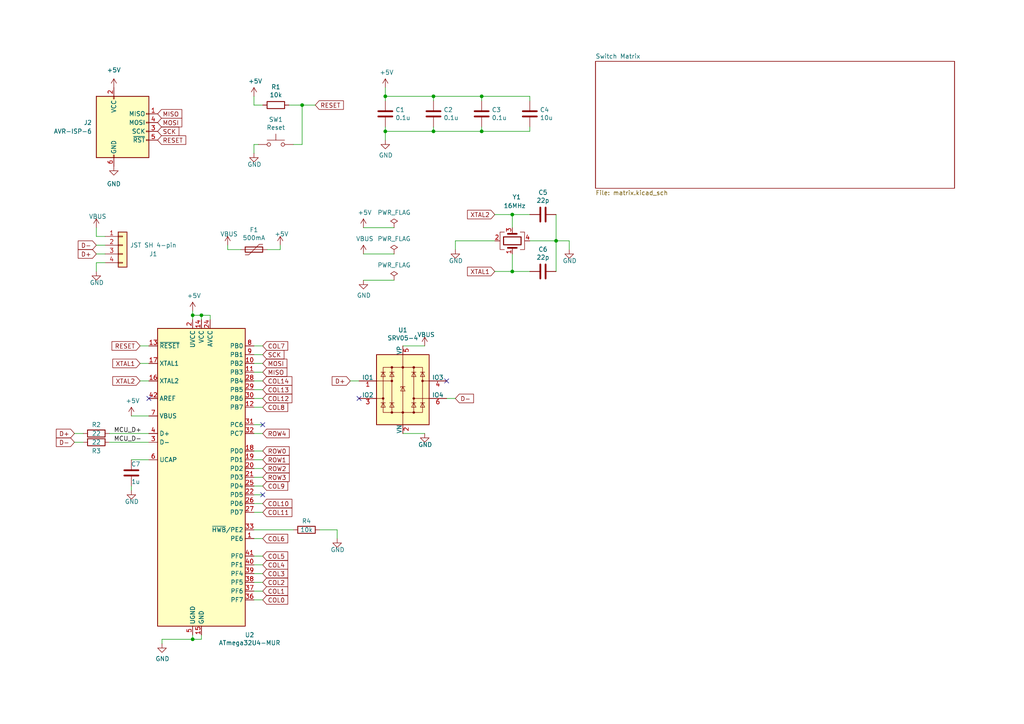
<source format=kicad_sch>
(kicad_sch (version 20230121) (generator eeschema)
  (paper "A4")
  (title_block (title "JAWS65"))
  (lib_symbols
    (symbol "Connector:AVR-ISP-6" (pin_names (offset 1.016))
      (property "Reference" "J" (at -6.35 11.43 0))
      (property "Value" "AVR-ISP-6" (at 0 11.43 0))
      (symbol "AVR-ISP-6_0_1"
        (rectangle (start -2.667 -6.858) (end -2.413 -7.62))
        (rectangle (start -2.667 10.16) (end -2.413 9.398))
        (rectangle (start 7.62 -2.413) (end 6.858 -2.667))
        (rectangle (start 7.62 0.127) (end 6.858 -0.127))
        (rectangle (start 7.62 2.667) (end 6.858 2.413))
        (rectangle (start 7.62 5.207) (end 6.858 4.953))
        (rectangle (start 7.62 10.16) (end -7.62 -7.62) (stroke (width 0.254)) (fill (type background)))
      )
      (symbol "AVR-ISP-6_1_1"
        (pin passive line (at 10.16 5.08 180) (length 2.54) (name "MISO") (number "1"))
        (pin passive line (at -2.54 12.7 270) (length 2.54) (name "VCC") (number "2"))
        (pin passive line (at 10.16 0 180) (length 2.54) (name "SCK") (number "3"))
        (pin passive line (at 10.16 2.54 180) (length 2.54) (name "MOSI") (number "4"))
        (pin passive line (at 10.16 -2.54 180) (length 2.54) (name "~{RST}") (number "5"))
        (pin passive line (at -2.54 -10.16 90) (length 2.54) (name "GND") (number "6"))
      )
    )
    (symbol "Power_Protection:SRV05-4" (pin_names (offset 0))
      (property "Reference" "U" (at -5.08 11.43 0))
      (property "Value" "Power_Protection_SRV05-4" (at 2.54 11.43 0))
      (symbol "SRV05-4_0_0"
        (rectangle (start -5.715 6.477) (end 5.715 -6.604))
        (polyline (pts (xy -3.175 -6.604) (xy -3.175 6.477)))
        (polyline (pts (xy 3.175 6.477) (xy 3.175 -6.604)))
      )
      (symbol "SRV05-4_0_1"
        (rectangle (start -7.62 10.16) (end 7.62 -10.16) (stroke (width 0.254)) (fill (type background)))
        (circle (center -5.715 -2.54) (radius 0.2794) (fill (type outline)))
        (circle (center -3.175 -6.604) (radius 0.2794) (fill (type outline)))
        (circle (center -3.175 2.54) (radius 0.2794) (fill (type outline)))
        (circle (center -3.175 6.477) (radius 0.2794) (fill (type outline)))
        (circle (center 0 -6.604) (radius 0.2794) (fill (type outline)))
        (polyline (pts (xy -7.747 2.54) (xy -3.175 2.54)))
        (polyline (pts (xy -7.62 -2.54) (xy -5.715 -2.54)))
        (polyline (pts (xy -5.08 -3.81) (xy -6.35 -3.81)))
        (polyline (pts (xy -5.08 5.08) (xy -6.35 5.08)))
        (polyline (pts (xy -2.54 -3.81) (xy -3.81 -3.81)))
        (polyline (pts (xy -2.54 5.08) (xy -3.81 5.08)))
        (polyline (pts (xy 0 10.16) (xy 0 -10.16)))
        (polyline (pts (xy 3.81 -3.81) (xy 2.54 -3.81)))
        (polyline (pts (xy 3.81 5.08) (xy 2.54 5.08)))
        (polyline (pts (xy 6.35 -3.81) (xy 5.08 -3.81)))
        (polyline (pts (xy 6.35 5.08) (xy 5.08 5.08)))
        (polyline (pts (xy 7.62 -2.54) (xy 3.175 -2.54)))
        (polyline (pts (xy 7.62 2.54) (xy 5.715 2.54)))
        (polyline (pts (xy 0.635 0.889) (xy -0.635 0.889) (xy -0.635 0.635)))
        (polyline (pts (xy -5.08 -5.08) (xy -6.35 -5.08) (xy -5.715 -3.81) (xy -5.08 -5.08)))
        (polyline (pts (xy -5.08 3.81) (xy -6.35 3.81) (xy -5.715 5.08) (xy -5.08 3.81)))
        (polyline (pts (xy -2.54 -5.08) (xy -3.81 -5.08) (xy -3.175 -3.81) (xy -2.54 -5.08)))
        (polyline (pts (xy -2.54 3.81) (xy -3.81 3.81) (xy -3.175 5.08) (xy -2.54 3.81)))
        (polyline (pts (xy 0.635 -0.381) (xy -0.635 -0.381) (xy 0 0.889) (xy 0.635 -0.381)))
        (polyline (pts (xy 3.81 -5.08) (xy 2.54 -5.08) (xy 3.175 -3.81) (xy 3.81 -5.08)))
        (polyline (pts (xy 3.81 3.81) (xy 2.54 3.81) (xy 3.175 5.08) (xy 3.81 3.81)))
        (polyline (pts (xy 6.35 -5.08) (xy 5.08 -5.08) (xy 5.715 -3.81) (xy 6.35 -5.08)))
        (polyline (pts (xy 6.35 3.81) (xy 5.08 3.81) (xy 5.715 5.08) (xy 6.35 3.81)))
        (circle (center 0 6.477) (radius 0.2794) (fill (type outline)))
        (circle (center 3.175 -6.604) (radius 0.2794) (fill (type outline)))
        (circle (center 3.175 -2.54) (radius 0.2794) (fill (type outline)))
        (circle (center 3.175 6.477) (radius 0.2794) (fill (type outline)))
        (circle (center 5.715 2.54) (radius 0.2794) (fill (type outline)))
      )
      (symbol "SRV05-4_1_1"
        (pin passive line (at -12.7 2.54 0) (length 5.08) (name "IO1") (number "1"))
        (pin passive line (at 0 -12.7 90) (length 2.54) (name "VN") (number "2"))
        (pin passive line (at -12.7 -2.54 0) (length 5.08) (name "IO2") (number "3"))
        (pin passive line (at 12.7 2.54 180) (length 5.08) (name "IO3") (number "4"))
        (pin passive line (at 0 12.7 270) (length 2.54) (name "VP") (number "5"))
        (pin passive line (at 12.7 -2.54 180) (length 5.08) (name "IO4") (number "6"))
      )
    )
    (symbol "bakeneko-65-pcb-rescue:+5V-power" (power) (pin_names (offset 0))
      (property "Value" "+5V-power" (at 0 3.556 0))
      (symbol "+5V-power_0_1"
        (polyline (pts (xy -0.762 1.27) (xy 0 2.54)))
        (polyline (pts (xy 0 0) (xy 0 2.54)))
        (polyline (pts (xy 0 2.54) (xy 0.762 1.27)))
      )
      (symbol "+5V-power_1_1"
        (pin power_in line (at 0 0 90) (length 0) hide (name "+5V") (number "1"))
      )
    )
    (symbol "bakeneko-65-pcb-rescue:C-Device" (pin_numbers hide) (pin_names (offset 0.254))
      (property "Reference" "C" (at 0.635 2.54 0))
      (property "Value" "Device_C" (at 0.635 -2.54 0))
      (symbol "C-Device_0_1"
        (polyline (pts (xy -2.032 -0.762) (xy 2.032 -0.762)) (stroke (width 0.508)))
        (polyline (pts (xy -2.032 0.762) (xy 2.032 0.762)) (stroke (width 0.508)))
      )
      (symbol "C-Device_1_1"
        (pin passive line (at 0 3.81 270) (length 2.794) (name "~") (number "1"))
        (pin passive line (at 0 -3.81 90) (length 2.794) (name "~") (number "2"))
      )
    )
    (symbol "bakeneko-65-pcb-rescue:Conn_01x04-Connector_Generic" (pin_names (offset 1.016) hide)
      (property "Reference" "J" (at 0 5.08 0))
      (property "Value" "Connector_Generic_Conn_01x04" (at 0 -7.62 0))
      (symbol "Conn_01x04-Connector_Generic_1_1"
        (rectangle (start -1.27 -4.953) (end 0 -5.207) (stroke (width 0.1524)))
        (rectangle (start -1.27 -2.413) (end 0 -2.667) (stroke (width 0.1524)))
        (rectangle (start -1.27 0.127) (end 0 -0.127) (stroke (width 0.1524)))
        (rectangle (start -1.27 2.667) (end 0 2.413) (stroke (width 0.1524)))
        (rectangle (start -1.27 3.81) (end 1.27 -6.35) (stroke (width 0.254)) (fill (type background)))
        (pin passive line (at -5.08 2.54 0) (length 3.81) (name "Pin_1") (number "1"))
        (pin passive line (at -5.08 0 0) (length 3.81) (name "Pin_2") (number "2"))
        (pin passive line (at -5.08 -2.54 0) (length 3.81) (name "Pin_3") (number "3"))
        (pin passive line (at -5.08 -5.08 0) (length 3.81) (name "Pin_4") (number "4"))
      )
    )
    (symbol "bakeneko-65-pcb-rescue:Crystal_GND24-Device" (pin_names (offset 1.016) hide)
      (property "Reference" "Y" (at 3.175 5.08 0))
      (property "Value" "Device_Crystal_GND24" (at 3.175 3.175 0))
      (symbol "Crystal_GND24-Device_0_1"
        (rectangle (start -1.143 2.54) (end 1.143 -2.54) (stroke (width 0.3048)))
        (polyline (pts (xy -2.54 0) (xy -2.032 0)))
        (polyline (pts (xy -2.032 -1.27) (xy -2.032 1.27)) (stroke (width 0.508)))
        (polyline (pts (xy 0 -3.81) (xy 0 -3.556)))
        (polyline (pts (xy 0 3.556) (xy 0 3.81)))
        (polyline (pts (xy 2.032 -1.27) (xy 2.032 1.27)) (stroke (width 0.508)))
        (polyline (pts (xy 2.032 0) (xy 2.54 0)))
        (polyline (pts (xy -2.54 -2.286) (xy -2.54 -3.556) (xy 2.54 -3.556) (xy 2.54 -2.286)))
        (polyline (pts (xy -2.54 2.286) (xy -2.54 3.556) (xy 2.54 3.556) (xy 2.54 2.286)))
      )
      (symbol "Crystal_GND24-Device_1_1"
        (pin passive line (at -3.81 0 0) (length 1.27) (name "1") (number "1"))
        (pin passive line (at 0 5.08 270) (length 1.27) (name "2") (number "2"))
        (pin passive line (at 3.81 0 180) (length 1.27) (name "3") (number "3"))
        (pin passive line (at 0 -5.08 90) (length 1.27) (name "4") (number "4"))
      )
    )
    (symbol "bakeneko-65-pcb-rescue:GND-power" (power) (pin_names (offset 0))
      (property "Value" "GND-power" (at 0 -3.81 0))
      (symbol "GND-power_0_1"
        (polyline (pts (xy 0 0) (xy 0 -1.27) (xy 1.27 -1.27) (xy 0 -2.54) (xy -1.27 -1.27) (xy 0 -1.27)))
      )
      (symbol "GND-power_1_1"
        (pin power_in line (at 0 0 270) (length 0) hide (name "GND") (number "1"))
      )
    )
    (symbol "bakeneko-65-pcb-rescue:PWR_FLAG-power" (power) (pin_numbers hide) (pin_names (offset 0) hide)
      (property "Value" "PWR_FLAG-power" (at 0 3.81 0))
      (symbol "PWR_FLAG-power_0_0"
        (pin power_out line (at 0 0 90) (length 0) (name "pwr") (number "1"))
      )
      (symbol "PWR_FLAG-power_0_1"
        (polyline (pts (xy 0 0) (xy 0 1.27) (xy -1.016 1.905) (xy 0 2.54) (xy 1.016 1.905) (xy 0 1.27)))
      )
    )
    (symbol "bakeneko-65-pcb-rescue:Polyfuse-Device" (pin_numbers hide) (pin_names (offset 0))
      (property "Reference" "F" (at -2.54 0 90))
      (property "Value" "Device_Polyfuse" (at 2.54 0 90))
      (symbol "Polyfuse-Device_0_1"
        (rectangle (start -0.762 2.54) (end 0.762 -2.54) (stroke (width 0.254)))
        (polyline (pts (xy 0 2.54) (xy 0 -2.54)))
        (polyline (pts (xy -1.524 2.54) (xy -1.524 1.524) (xy 1.524 -1.524) (xy 1.524 -2.54)))
      )
      (symbol "Polyfuse-Device_1_1"
        (pin passive line (at 0 3.81 270) (length 1.27) (name "~") (number "1"))
        (pin passive line (at 0 -3.81 90) (length 1.27) (name "~") (number "2"))
      )
    )
    (symbol "bakeneko-65-pcb-rescue:R-Device" (pin_numbers hide) (pin_names (offset 0))
      (property "Reference" "R" (at 2.032 0 90))
      (property "Value" "Device_R" (at 0 0 90))
      (symbol "R-Device_0_1"
        (rectangle (start -1.016 -2.54) (end 1.016 2.54) (stroke (width 0.254)))
      )
      (symbol "R-Device_1_1"
        (pin passive line (at 0 3.81 270) (length 1.27) (name "~") (number "1"))
        (pin passive line (at 0 -3.81 90) (length 1.27) (name "~") (number "2"))
      )
    )
    (symbol "bakeneko-65-pcb-rescue:SW_Push-Switch" (pin_numbers hide) (pin_names (offset 1.016) hide)
      (property "Reference" "SW" (at 1.27 2.54 0))
      (property "Value" "Switch_SW_Push" (at 0 -1.524 0))
      (symbol "SW_Push-Switch_0_1"
        (circle (center -2.032 0) (radius 0.508))
        (polyline (pts (xy 0 1.27) (xy 0 3.048)))
        (polyline (pts (xy 2.54 1.27) (xy -2.54 1.27)))
        (circle (center 2.032 0) (radius 0.508))
        (pin passive line (at -5.08 0 0) (length 2.54) (name "1") (number "1"))
        (pin passive line (at 5.08 0 180) (length 2.54) (name "2") (number "2"))
      )
    )
    (symbol "bakeneko-65-pcb-rescue:VBUS-power" (power) (pin_names (offset 0))
      (property "Value" "VBUS-power" (at 0 3.81 0))
      (symbol "VBUS-power_0_1"
        (polyline (pts (xy -0.762 1.27) (xy 0 2.54)))
        (polyline (pts (xy 0 0) (xy 0 2.54)))
        (polyline (pts (xy 0 2.54) (xy 0.762 1.27)))
      )
      (symbol "VBUS-power_1_1"
        (pin power_in line (at 0 0 90) (length 0) hide (name "VBUS") (number "1"))
      )
    )
    (symbol "mikeneko-65-pcb-rescue:+5V-power" (power) (pin_names (offset 0))
      (property "Value" "+5V-power" (at 0 3.556 0))
      (symbol "+5V-power_0_1"
        (polyline (pts (xy -0.762 1.27) (xy 0 2.54)))
        (polyline (pts (xy 0 0) (xy 0 2.54)))
        (polyline (pts (xy 0 2.54) (xy 0.762 1.27)))
      )
      (symbol "+5V-power_1_1"
        (pin power_in line (at 0 0 90) (length 0) hide (name "+5V") (number "1"))
      )
    )
    (symbol "mikeneko-65-pcb-rescue:ATmega32U4-MU-MCU_Microchip_ATmega"
      (property "Reference" "U" (at -12.7 44.45 0))
      (property "Value" "MCU_Microchip_ATmega_ATmega32U4-MU" (at 2.54 -44.45 0))
      (symbol "ATmega32U4-MU-MCU_Microchip_ATmega_0_1"
        (rectangle (start -12.7 -43.18) (end 12.7 43.18) (stroke (width 0.254)) (fill (type background)))
      )
      (symbol "ATmega32U4-MU-MCU_Microchip_ATmega_1_1"
        (pin bidirectional line (at 15.24 -17.78 180) (length 2.54) (name "PE6") (number "1"))
        (pin bidirectional line (at 15.24 33.02 180) (length 2.54) (name "PB2") (number "10"))
        (pin bidirectional line (at 15.24 30.48 180) (length 2.54) (name "PB3") (number "11"))
        (pin bidirectional line (at 15.24 20.32 180) (length 2.54) (name "PB7") (number "12"))
        (pin input line (at -15.24 38.1 0) (length 2.54) (name "~{RESET}") (number "13"))
        (pin power_in line (at 0 45.72 270) (length 2.54) (name "VCC") (number "14"))
        (pin power_in line (at 0 -45.72 90) (length 2.54) (name "GND") (number "15"))
        (pin output line (at -15.24 27.94 0) (length 2.54) (name "XTAL2") (number "16"))
        (pin input line (at -15.24 33.02 0) (length 2.54) (name "XTAL1") (number "17"))
        (pin bidirectional line (at 15.24 7.62 180) (length 2.54) (name "PD0") (number "18"))
        (pin bidirectional line (at 15.24 5.08 180) (length 2.54) (name "PD1") (number "19"))
        (pin power_in line (at -2.54 45.72 270) (length 2.54) (name "UVCC") (number "2"))
        (pin bidirectional line (at 15.24 2.54 180) (length 2.54) (name "PD2") (number "20"))
        (pin bidirectional line (at 15.24 0 180) (length 2.54) (name "PD3") (number "21"))
        (pin bidirectional line (at 15.24 -5.08 180) (length 2.54) (name "PD5") (number "22"))
        (pin passive line (at 0 -45.72 90) (length 2.54) hide (name "GND") (number "23"))
        (pin power_in line (at 2.54 45.72 270) (length 2.54) (name "AVCC") (number "24"))
        (pin bidirectional line (at 15.24 -2.54 180) (length 2.54) (name "PD4") (number "25"))
        (pin bidirectional line (at 15.24 -7.62 180) (length 2.54) (name "PD6") (number "26"))
        (pin bidirectional line (at 15.24 -10.16 180) (length 2.54) (name "PD7") (number "27"))
        (pin bidirectional line (at 15.24 27.94 180) (length 2.54) (name "PB4") (number "28"))
        (pin bidirectional line (at 15.24 25.4 180) (length 2.54) (name "PB5") (number "29"))
        (pin bidirectional line (at -15.24 10.16 0) (length 2.54) (name "D-") (number "3"))
        (pin bidirectional line (at 15.24 22.86 180) (length 2.54) (name "PB6") (number "30"))
        (pin bidirectional line (at 15.24 15.24 180) (length 2.54) (name "PC6") (number "31"))
        (pin bidirectional line (at 15.24 12.7 180) (length 2.54) (name "PC7") (number "32"))
        (pin bidirectional line (at 15.24 -15.24 180) (length 2.54) (name "~{HWB}/PE2") (number "33"))
        (pin passive line (at 0 45.72 270) (length 2.54) hide (name "VCC") (number "34"))
        (pin passive line (at 0 -45.72 90) (length 2.54) hide (name "GND") (number "35"))
        (pin bidirectional line (at 15.24 -35.56 180) (length 2.54) (name "PF7") (number "36"))
        (pin bidirectional line (at 15.24 -33.02 180) (length 2.54) (name "PF6") (number "37"))
        (pin bidirectional line (at 15.24 -30.48 180) (length 2.54) (name "PF5") (number "38"))
        (pin bidirectional line (at 15.24 -27.94 180) (length 2.54) (name "PF4") (number "39"))
        (pin bidirectional line (at -15.24 12.7 0) (length 2.54) (name "D+") (number "4"))
        (pin bidirectional line (at 15.24 -25.4 180) (length 2.54) (name "PF1") (number "40"))
        (pin bidirectional line (at 15.24 -22.86 180) (length 2.54) (name "PF0") (number "41"))
        (pin passive line (at -15.24 22.86 0) (length 2.54) (name "AREF") (number "42"))
        (pin passive line (at 0 -45.72 90) (length 2.54) hide (name "GND") (number "43"))
        (pin passive line (at 2.54 45.72 270) (length 2.54) hide (name "AVCC") (number "44"))
        (pin passive line (at 0 -45.72 90) (length 2.54) hide (name "GND") (number "45"))
        (pin passive line (at -2.54 -45.72 90) (length 2.54) (name "UGND") (number "5"))
        (pin passive line (at -15.24 5.08 0) (length 2.54) (name "UCAP") (number "6"))
        (pin input line (at -15.24 17.78 0) (length 2.54) (name "VBUS") (number "7"))
        (pin bidirectional line (at 15.24 38.1 180) (length 2.54) (name "PB0") (number "8"))
        (pin bidirectional line (at 15.24 35.56 180) (length 2.54) (name "PB1") (number "9"))
      )
    )
    (symbol "mikeneko-65-pcb-rescue:C-Device" (pin_numbers hide) (pin_names (offset 0.254))
      (property "Reference" "C" (at 0.635 2.54 0))
      (property "Value" "Device_C" (at 0.635 -2.54 0))
      (symbol "C-Device_0_1"
        (polyline (pts (xy -2.032 -0.762) (xy 2.032 -0.762)) (stroke (width 0.508)))
        (polyline (pts (xy -2.032 0.762) (xy 2.032 0.762)) (stroke (width 0.508)))
      )
      (symbol "C-Device_1_1"
        (pin passive line (at 0 3.81 270) (length 2.794) (name "~") (number "1"))
        (pin passive line (at 0 -3.81 90) (length 2.794) (name "~") (number "2"))
      )
    )
    (symbol "mikeneko-65-pcb-rescue:GND-power" (power) (pin_names (offset 0))
      (property "Value" "GND-power" (at 0 -3.81 0))
      (symbol "GND-power_0_1"
        (polyline (pts (xy 0 0) (xy 0 -1.27) (xy 1.27 -1.27) (xy 0 -2.54) (xy -1.27 -1.27) (xy 0 -1.27)))
      )
      (symbol "GND-power_1_1"
        (pin power_in line (at 0 0 270) (length 0) hide (name "GND") (number "1"))
      )
    )
    (symbol "mikeneko-65-pcb-rescue:R-Device" (pin_numbers hide) (pin_names (offset 0))
      (property "Reference" "R" (at 2.032 0 90))
      (property "Value" "Device_R" (at 0 0 90))
      (symbol "R-Device_0_1"
        (rectangle (start -1.016 -2.54) (end 1.016 2.54) (stroke (width 0.254)))
      )
      (symbol "R-Device_1_1"
        (pin passive line (at 0 3.81 270) (length 1.27) (name "~") (number "1"))
        (pin passive line (at 0 -3.81 90) (length 1.27) (name "~") (number "2"))
      )
    )
    (symbol "power:+5V" (power) (pin_names (offset 0))
      (property "Value" "+5V" (at 0 3.556 0))
      (symbol "+5V_0_1"
        (polyline (pts (xy -0.762 1.27) (xy 0 2.54)))
        (polyline (pts (xy 0 0) (xy 0 2.54)))
        (polyline (pts (xy 0 2.54) (xy 0.762 1.27)))
      )
      (symbol "+5V_1_1"
        (pin power_in line (at 0 0 90) (length 0) hide (name "+5V") (number "1"))
      )
    )
    (symbol "power:GND" (power) (pin_names (offset 0))
      (property "Value" "GND" (at 0 -3.81 0))
      (symbol "GND_0_1"
        (polyline (pts (xy 0 0) (xy 0 -1.27) (xy 1.27 -1.27) (xy 0 -2.54) (xy -1.27 -1.27) (xy 0 -1.27)))
      )
      (symbol "GND_1_1"
        (pin power_in line (at 0 0 270) (length 0) hide (name "GND") (number "1"))
      )
    )
    (symbol "power:VBUS" (power) (pin_names (offset 0))
      (property "Value" "power_VBUS" (at 0 3.81 0))
      (symbol "VBUS_0_1"
        (polyline (pts (xy -0.762 1.27) (xy 0 2.54)))
        (polyline (pts (xy 0 0) (xy 0 2.54)))
        (polyline (pts (xy 0 2.54) (xy 0.762 1.27)))
      )
      (symbol "VBUS_1_1"
        (pin power_in line (at 0 0 90) (length 0) hide (name "VBUS") (number "1"))
      )
    )
  )
  (junction (at 125.73 38.1))
  (junction (at 148.59 78.74))
  (junction (at 139.7 27.94))
  (junction (at 161.29 69.85))
  (junction (at 55.88 91.44))
  (junction (at 111.76 38.1))
  (junction (at 55.88 185.42))
  (junction (at 125.73 27.94))
  (junction (at 58.42 91.44))
  (junction (at 139.7 38.1))
  (junction (at 148.59 62.23))
  (junction (at 87.63 30.48))
  (junction (at 111.76 27.94))
  (no_connect (at 129.54 110.49))
  (no_connect (at 76.2 123.19))
  (no_connect (at 43.18 115.57))
  (no_connect (at 104.14 115.57))
  (no_connect (at 76.2 143.51))
  (wire (pts (xy 31.75 125.73) (xy 43.18 125.73)))
  (wire (pts (xy 105.41 73.66) (xy 114.3 73.66)))
  (wire (pts (xy 58.42 185.42) (xy 58.42 184.15)))
  (wire (pts (xy 69.85 72.39) (xy 66.04 72.39)))
  (wire (pts (xy 76.2 168.91) (xy 73.66 168.91)))
  (wire (pts (xy 143.51 62.23) (xy 148.59 62.23)))
  (wire (pts (xy 73.66 140.97) (xy 76.2 140.97)))
  (wire (pts (xy 161.29 69.85) (xy 161.29 78.74)))
  (wire (pts (xy 85.09 153.67) (xy 73.66 153.67)))
  (wire (pts (xy 55.88 90.17) (xy 55.88 91.44)))
  (wire (pts (xy 111.76 36.83) (xy 111.76 38.1)))
  (wire (pts (xy 139.7 29.21) (xy 139.7 27.94)))
  (wire (pts (xy 125.73 38.1) (xy 139.7 38.1)))
  (wire (pts (xy 87.63 30.48) (xy 91.44 30.48)))
  (wire (pts (xy 76.2 105.41) (xy 73.66 105.41)))
  (wire (pts (xy 76.2 113.03) (xy 73.66 113.03)))
  (wire (pts (xy 132.08 69.85) (xy 143.51 69.85)))
  (wire (pts (xy 73.66 146.05) (xy 76.2 146.05)))
  (wire (pts (xy 153.67 29.21) (xy 153.67 27.94)))
  (wire (pts (xy 148.59 73.66) (xy 148.59 78.74)))
  (wire (pts (xy 153.67 27.94) (xy 139.7 27.94)))
  (wire (pts (xy 76.2 161.29) (xy 73.66 161.29)))
  (wire (pts (xy 76.2 118.11) (xy 73.66 118.11)))
  (wire (pts (xy 125.73 27.94) (xy 139.7 27.94)))
  (wire (pts (xy 76.2 163.83) (xy 73.66 163.83)))
  (wire (pts (xy 73.66 123.19) (xy 76.2 123.19)))
  (wire (pts (xy 83.82 30.48) (xy 87.63 30.48)))
  (wire (pts (xy 87.63 30.48) (xy 87.63 41.91)))
  (wire (pts (xy 73.66 30.48) (xy 76.2 30.48)))
  (wire (pts (xy 73.66 166.37) (xy 76.2 166.37)))
  (wire (pts (xy 132.08 115.57) (xy 129.54 115.57)))
  (wire (pts (xy 123.19 100.33) (xy 116.84 100.33)))
  (wire (pts (xy 38.1 140.97) (xy 38.1 142.24)))
  (wire (pts (xy 27.94 66.04) (xy 27.94 68.58)))
  (wire (pts (xy 21.59 125.73) (xy 24.13 125.73)))
  (wire (pts (xy 161.29 62.23) (xy 161.29 69.85)))
  (wire (pts (xy 87.63 41.91) (xy 85.09 41.91)))
  (wire (pts (xy 101.6 110.49) (xy 104.14 110.49)))
  (wire (pts (xy 111.76 38.1) (xy 111.76 40.64)))
  (wire (pts (xy 73.66 44.45) (xy 73.66 41.91)))
  (wire (pts (xy 111.76 25.4) (xy 111.76 27.94)))
  (wire (pts (xy 73.66 130.81) (xy 76.2 130.81)))
  (wire (pts (xy 76.2 173.99) (xy 73.66 173.99)))
  (wire (pts (xy 148.59 78.74) (xy 153.67 78.74)))
  (wire (pts (xy 105.41 66.04) (xy 114.3 66.04)))
  (wire (pts (xy 40.64 100.33) (xy 43.18 100.33)))
  (wire (pts (xy 66.04 71.12) (xy 66.04 72.39)))
  (wire (pts (xy 27.94 71.12) (xy 30.48 71.12)))
  (wire (pts (xy 76.2 133.35) (xy 73.66 133.35)))
  (wire (pts (xy 27.94 68.58) (xy 30.48 68.58)))
  (wire (pts (xy 153.67 38.1) (xy 153.67 36.83)))
  (wire (pts (xy 139.7 36.83) (xy 139.7 38.1)))
  (wire (pts (xy 76.2 148.59) (xy 73.66 148.59)))
  (wire (pts (xy 38.1 133.35) (xy 43.18 133.35)))
  (wire (pts (xy 76.2 102.87) (xy 73.66 102.87)))
  (wire (pts (xy 105.41 81.28) (xy 114.3 81.28)))
  (wire (pts (xy 76.2 110.49) (xy 73.66 110.49)))
  (wire (pts (xy 161.29 69.85) (xy 165.1 69.85)))
  (wire (pts (xy 58.42 91.44) (xy 60.96 91.44)))
  (wire (pts (xy 21.59 128.27) (xy 24.13 128.27)))
  (wire (pts (xy 97.79 153.67) (xy 97.79 156.21)))
  (wire (pts (xy 139.7 38.1) (xy 153.67 38.1)))
  (wire (pts (xy 40.64 110.49) (xy 43.18 110.49)))
  (wire (pts (xy 76.2 125.73) (xy 73.66 125.73)))
  (wire (pts (xy 125.73 29.21) (xy 125.73 27.94)))
  (wire (pts (xy 55.88 184.15) (xy 55.88 185.42)))
  (wire (pts (xy 60.96 91.44) (xy 60.96 92.71)))
  (wire (pts (xy 81.28 72.39) (xy 77.47 72.39)))
  (wire (pts (xy 55.88 91.44) (xy 58.42 91.44)))
  (wire (pts (xy 132.08 72.39) (xy 132.08 69.85)))
  (wire (pts (xy 76.2 138.43) (xy 73.66 138.43)))
  (wire (pts (xy 58.42 92.71) (xy 58.42 91.44)))
  (wire (pts (xy 76.2 143.51) (xy 73.66 143.51)))
  (wire (pts (xy 73.66 171.45) (xy 76.2 171.45)))
  (wire (pts (xy 81.28 71.12) (xy 81.28 72.39)))
  (wire (pts (xy 73.66 41.91) (xy 74.93 41.91)))
  (wire (pts (xy 92.71 153.67) (xy 97.79 153.67)))
  (wire (pts (xy 30.48 76.2) (xy 27.94 76.2)))
  (wire (pts (xy 27.94 76.2) (xy 27.94 78.74)))
  (wire (pts (xy 31.75 128.27) (xy 43.18 128.27)))
  (wire (pts (xy 153.67 69.85) (xy 161.29 69.85)))
  (wire (pts (xy 148.59 62.23) (xy 153.67 62.23)))
  (wire (pts (xy 111.76 27.94) (xy 111.76 29.21)))
  (wire (pts (xy 73.66 27.94) (xy 73.66 30.48)))
  (wire (pts (xy 125.73 36.83) (xy 125.73 38.1)))
  (wire (pts (xy 73.66 100.33) (xy 76.2 100.33)))
  (wire (pts (xy 55.88 185.42) (xy 58.42 185.42)))
  (wire (pts (xy 148.59 66.04) (xy 148.59 62.23)))
  (wire (pts (xy 46.99 185.42) (xy 46.99 186.69)))
  (wire (pts (xy 73.66 135.89) (xy 76.2 135.89)))
  (wire (pts (xy 111.76 38.1) (xy 125.73 38.1)))
  (wire (pts (xy 76.2 107.95) (xy 73.66 107.95)))
  (wire (pts (xy 38.1 120.65) (xy 43.18 120.65)))
  (wire (pts (xy 143.51 78.74) (xy 148.59 78.74)))
  (wire (pts (xy 116.84 125.73) (xy 123.19 125.73)))
  (wire (pts (xy 165.1 69.85) (xy 165.1 72.39)))
  (wire (pts (xy 73.66 115.57) (xy 76.2 115.57)))
  (wire (pts (xy 30.48 73.66) (xy 27.94 73.66)))
  (wire (pts (xy 73.66 156.21) (xy 76.2 156.21)))
  (wire (pts (xy 111.76 27.94) (xy 125.73 27.94)))
  (wire (pts (xy 46.99 185.42) (xy 55.88 185.42)))
  (wire (pts (xy 43.18 105.41) (xy 40.64 105.41)))
  (wire (pts (xy 55.88 91.44) (xy 55.88 92.71)))
  (label "MCU_D-" (at 33.02 128.27 0))
  (label "MCU_D+" (at 33.02 125.73 0))
  (global_label "COL13" (shape input) (at 76.2 113.03 0) (property "Intersheetrefs" "${INTERSHEET_REFS}" (effects hide)))
  (global_label "D-" (shape input) (at 27.94 71.12 180) (property "Intersheetrefs" "${INTERSHEET_REFS}" (effects hide)))
  (global_label "MOSI" (shape input) (at 76.2 105.41 0) (property "Intersheetrefs" "${INTERSHEET_REFS}" (effects hide)))
  (global_label "RESET" (shape input) (at 91.44 30.48 0) (property "Intersheetrefs" "${INTERSHEET_REFS}" (effects hide)))
  (global_label "XTAL1" (shape input) (at 40.64 105.41 180) (property "Intersheetrefs" "${INTERSHEET_REFS}" (effects hide)))
  (global_label "XTAL2" (shape input) (at 143.51 62.23 180) (property "Intersheetrefs" "${INTERSHEET_REFS}" (effects hide)))
  (global_label "COL2" (shape input) (at 76.2 168.91 0) (property "Intersheetrefs" "${INTERSHEET_REFS}" (effects hide)))
  (global_label "RESET" (shape input) (at 40.64 100.33 180) (property "Intersheetrefs" "${INTERSHEET_REFS}" (effects hide)))
  (global_label "ROW3" (shape input) (at 76.2 138.43 0) (property "Intersheetrefs" "${INTERSHEET_REFS}" (effects hide)))
  (global_label "COL9" (shape input) (at 76.2 140.97 0) (property "Intersheetrefs" "${INTERSHEET_REFS}" (effects hide)))
  (global_label "D-" (shape input) (at 21.59 128.27 180) (property "Intersheetrefs" "${INTERSHEET_REFS}" (effects hide)))
  (global_label "COL11" (shape input) (at 76.2 148.59 0) (property "Intersheetrefs" "${INTERSHEET_REFS}" (effects hide)))
  (global_label "COL7" (shape input) (at 76.2 100.33 0) (property "Intersheetrefs" "${INTERSHEET_REFS}" (effects hide)))
  (global_label "COL14" (shape input) (at 76.2 110.49 0) (property "Intersheetrefs" "${INTERSHEET_REFS}" (effects hide)))
  (global_label "D-" (shape input) (at 132.08 115.57 0) (property "Intersheetrefs" "${INTERSHEET_REFS}" (effects hide)))
  (global_label "COL12" (shape input) (at 76.2 115.57 0) (property "Intersheetrefs" "${INTERSHEET_REFS}" (effects hide)))
  (global_label "MISO" (shape input) (at 45.72 33.02 0) (property "Intersheetrefs" "${INTERSHEET_REFS}" (effects hide)))
  (global_label "D+" (shape input) (at 101.6 110.49 180) (property "Intersheetrefs" "${INTERSHEET_REFS}" (effects hide)))
  (global_label "ROW0" (shape input) (at 76.2 130.81 0) (property "Intersheetrefs" "${INTERSHEET_REFS}" (effects hide)))
  (global_label "RESET" (shape input) (at 45.72 40.64 0) (property "Intersheetrefs" "${INTERSHEET_REFS}" (effects hide)))
  (global_label "D+" (shape input) (at 27.94 73.66 180) (property "Intersheetrefs" "${INTERSHEET_REFS}" (effects hide)))
  (global_label "COL5" (shape input) (at 76.2 161.29 0) (property "Intersheetrefs" "${INTERSHEET_REFS}" (effects hide)))
  (global_label "COL0" (shape input) (at 76.2 173.99 0) (property "Intersheetrefs" "${INTERSHEET_REFS}" (effects hide)))
  (global_label "COL4" (shape input) (at 76.2 163.83 0) (property "Intersheetrefs" "${INTERSHEET_REFS}" (effects hide)))
  (global_label "XTAL1" (shape input) (at 143.51 78.74 180) (property "Intersheetrefs" "${INTERSHEET_REFS}" (effects hide)))
  (global_label "COL6" (shape input) (at 76.2 156.21 0) (property "Intersheetrefs" "${INTERSHEET_REFS}" (effects hide)))
  (global_label "ROW2" (shape input) (at 76.2 135.89 0) (property "Intersheetrefs" "${INTERSHEET_REFS}" (effects hide)))
  (global_label "ROW1" (shape input) (at 76.2 133.35 0) (property "Intersheetrefs" "${INTERSHEET_REFS}" (effects hide)))
  (global_label "COL1" (shape input) (at 76.2 171.45 0) (property "Intersheetrefs" "${INTERSHEET_REFS}" (effects hide)))
  (global_label "XTAL2" (shape input) (at 40.64 110.49 180) (property "Intersheetrefs" "${INTERSHEET_REFS}" (effects hide)))
  (global_label "MISO" (shape input) (at 76.2 107.95 0) (property "Intersheetrefs" "${INTERSHEET_REFS}" (effects hide)))
  (global_label "COL10" (shape input) (at 76.2 146.05 0) (property "Intersheetrefs" "${INTERSHEET_REFS}" (effects hide)))
  (global_label "SCK" (shape input) (at 45.72 38.1 0) (property "Intersheetrefs" "${INTERSHEET_REFS}" (effects hide)))
  (global_label "ROW4" (shape input) (at 76.2 125.73 0) (property "Intersheetrefs" "${INTERSHEET_REFS}" (effects hide)))
  (global_label "MOSI" (shape input) (at 45.72 35.56 0) (property "Intersheetrefs" "${INTERSHEET_REFS}" (effects hide)))
  (global_label "D+" (shape input) (at 21.59 125.73 180) (property "Intersheetrefs" "${INTERSHEET_REFS}" (effects hide)))
  (global_label "SCK" (shape input) (at 76.2 102.87 0) (property "Intersheetrefs" "${INTERSHEET_REFS}" (effects hide)))
  (global_label "COL3" (shape input) (at 76.2 166.37 0) (property "Intersheetrefs" "${INTERSHEET_REFS}" (effects hide)))
  (global_label "COL8" (shape input) (at 76.2 118.11 0) (property "Intersheetrefs" "${INTERSHEET_REFS}" (effects hide)))
  (symbol (lib_id "bakeneko-65-pcb-rescue:GND-power") (at 27.94 78.74 0) (unit 1)
    (property "Reference" "#PWR013" (effects hide))
    (property "Value" "GND" (at 28.067 81.9912 0))
  )
  (symbol (lib_id "mikeneko-65-pcb-rescue:ATmega32U4-MU-MCU_Microchip_ATmega") (at 58.42 138.43 0) (unit 1)
    (property "Reference" "U2" (at 72.39 184.15 0))
    (property "Value" "ATmega32U4-MUR" (at 72.39 186.4614 0))
    (property "Footprint" "Package_DFN_QFN:QFN-44-1EP_7x7mm_P0.5mm_EP5.2x5.2mm" (effects hide))
    (property "Datasheet" "http://ww1.microchip.com/downloads/en/DeviceDoc/Atmel-7766-8-bit-AVR-ATmega16U4-32U4_Datasheet.pdf" (effects hide))
    (property "LCSC Part #" "C45874" (effects hide))
  )
  (symbol (lib_id "bakeneko-65-pcb-rescue:+5V-power") (at 105.41 66.04 0) (unit 1)
    (property "Reference" "#PWR016" (effects hide))
    (property "Value" "+5V" (at 105.791 61.6458 0))
  )
  (symbol (lib_id "bakeneko-65-pcb-rescue:GND-power") (at 73.66 44.45 0) (unit 1)
    (property "Reference" "#PWR012" (effects hide))
    (property "Value" "GND" (at 73.787 47.7012 0))
  )
  (symbol (lib_id "bakeneko-65-pcb-rescue:+5V-power") (at 81.28 71.12 0) (unit 1)
    (property "Reference" "#PWR015" (effects hide))
    (property "Value" "+5V" (at 81.661 67.8688 0))
  )
  (symbol (lib_id "bakeneko-65-pcb-rescue:Polyfuse-Device") (at 73.66 72.39 270) (unit 1)
    (property "Reference" "F1" (at 73.66 66.675 90))
    (property "Value" "500mA" (at 73.66 68.9864 90))
    (property "Footprint" "Fuse:Fuse_1206_3216Metric" (effects hide))
    (property "LCSC Part #" "C70076" (effects hide))
  )
  (symbol (lib_id "bakeneko-65-pcb-rescue:VBUS-power") (at 27.94 66.04 0) (unit 1)
    (property "Reference" "#PWR05" (effects hide))
    (property "Value" "VBUS" (at 28.321 62.7888 0))
  )
  (symbol (lib_id "bakeneko-65-pcb-rescue:GND-power") (at 165.1 72.39 0) (unit 1)
    (property "Reference" "#PWR018" (effects hide))
    (property "Value" "GND" (at 165.227 75.6412 0))
  )
  (symbol (lib_id "bakeneko-65-pcb-rescue:GND-power") (at 132.08 72.39 0) (unit 1)
    (property "Reference" "#PWR017" (effects hide))
    (property "Value" "GND" (at 132.207 75.6412 0))
  )
  (symbol (lib_id "mikeneko-65-pcb-rescue:GND-power") (at 97.79 156.21 0) (unit 1)
    (property "Reference" "#PWR07" (effects hide))
    (property "Value" "GND" (at 97.917 159.4612 0))
  )
  (symbol (lib_id "mikeneko-65-pcb-rescue:R-Device") (at 27.94 125.73 270) (unit 1)
    (property "Reference" "R2" (at 27.94 123.19 90))
    (property "Value" "22" (at 27.94 125.73 90))
    (property "Footprint" "Resistor_SMD:R_0805_2012Metric" (effects hide))
    (property "LCSC Part #" "C17561" (effects hide))
  )
  (symbol (lib_id "Connector:AVR-ISP-6") (at 35.56 38.1 0) (unit 1)
    (property "Reference" "J2" (at 26.67 35.56 0) (effects (justify right)))
    (property "Value" "AVR-ISP-6" (at 26.67 38.1 0) (effects (justify right)))
    (property "Footprint" "local:ISP" (effects hide))
    (property "Datasheet" " ~" (effects hide))
  )
  (symbol (lib_id "Power_Protection:SRV05-4") (at 116.84 113.03 0) (unit 1)
    (property "Reference" "U1" (at 116.84 95.7326 0))
    (property "Value" "SRV05-4" (at 116.84 98.044 0))
    (property "Footprint" "Package_TO_SOT_SMD:SOT-23-6" (effects hide))
    (property "Datasheet" "http://www.onsemi.com/pub/Collateral/SRV05-4-D.PDF" (effects hide))
    (property "LCSC Part #" "C85364" (effects hide))
  )
  (symbol (lib_id "mikeneko-65-pcb-rescue:R-Device") (at 27.94 128.27 270) (unit 1)
    (property "Reference" "R3" (at 27.94 130.81 90))
    (property "Value" "22" (at 27.94 128.27 90))
    (property "Footprint" "Resistor_SMD:R_0805_2012Metric" (effects hide))
    (property "LCSC Part #" "C17561" (effects hide))
  )
  (symbol (lib_id "bakeneko-65-pcb-rescue:PWR_FLAG-power") (at 114.3 73.66 0) (unit 1)
    (property "Reference" "#FLG02" (effects hide))
    (property "Value" "PWR_FLAG" (at 114.3 69.2658 0))
  )
  (symbol (lib_id "bakeneko-65-pcb-rescue:VBUS-power") (at 66.04 71.12 0) (unit 1)
    (property "Reference" "#PWR014" (effects hide))
    (property "Value" "VBUS" (at 66.421 67.8942 0))
  )
  (symbol (lib_id "mikeneko-65-pcb-rescue:GND-power") (at 38.1 142.24 0) (unit 1)
    (property "Reference" "#PWR02" (effects hide))
    (property "Value" "GND" (at 38.227 145.4912 0))
  )
  (symbol (lib_id "power:VBUS") (at 123.19 100.33 0) (unit 1)
    (property "Reference" "#PWR021" (effects hide))
    (property "Value" "VBUS" (at 123.571 97.0788 0))
  )
  (symbol (lib_id "bakeneko-65-pcb-rescue:Crystal_GND24-Device") (at 148.59 69.85 90) (unit 1)
    (property "Reference" "Y1" (at 148.59 57.15 90) (effects (justify right)))
    (property "Value" "16MHz" (at 146.05 59.69 90) (effects (justify right)))
    (property "Footprint" "Crystal:Crystal_SMD_3225-4Pin_3.2x2.5mm" (effects hide))
    (property "LCSC Part #" "C13738" (effects hide))
  )
  (symbol (lib_id "power:GND") (at 33.02 48.26 0) (unit 1)
    (property "Reference" "#PWR010" (effects hide))
    (property "Value" "GND" (at 33.02 53.34 0))
  )
  (symbol (lib_id "bakeneko-65-pcb-rescue:R-Device") (at 80.01 30.48 270) (unit 1)
    (property "Reference" "R1" (at 80.01 25.2222 90))
    (property "Value" "10k" (at 80.01 27.5336 90))
    (property "Footprint" "Resistor_SMD:R_0805_2012Metric" (effects hide))
    (property "LCSC Part #" "C17414" (effects hide))
  )
  (symbol (lib_id "bakeneko-65-pcb-rescue:C-Device") (at 157.48 62.23 270) (unit 1)
    (property "Reference" "C5" (at 157.48 55.8292 90))
    (property "Value" "22p" (at 157.48 58.1406 90))
    (property "Footprint" "Capacitor_SMD:C_0805_2012Metric" (effects hide))
    (property "LCSC Part #" "C1804" (effects hide))
  )
  (symbol (lib_id "bakeneko-65-pcb-rescue:+5V-power") (at 73.66 27.94 0) (unit 1)
    (property "Reference" "#PWR011" (effects hide))
    (property "Value" "+5V" (at 74.041 23.5458 0))
  )
  (symbol (lib_id "bakeneko-65-pcb-rescue:C-Device") (at 157.48 78.74 270) (unit 1)
    (property "Reference" "C6" (at 157.48 72.3392 90))
    (property "Value" "22p" (at 157.48 74.6506 90))
    (property "Footprint" "Capacitor_SMD:C_0805_2012Metric" (effects hide))
    (property "LCSC Part #" "C1804" (effects hide))
  )
  (symbol (lib_id "bakeneko-65-pcb-rescue:VBUS-power") (at 105.41 73.66 0) (unit 1)
    (property "Reference" "#PWR019" (effects hide))
    (property "Value" "VBUS" (at 105.791 69.2658 0))
  )
  (symbol (lib_id "bakeneko-65-pcb-rescue:C-Device") (at 139.7 33.02 0) (unit 1)
    (property "Reference" "C3" (at 142.621 31.8516 0) (effects (justify left)))
    (property "Value" "0.1u" (at 142.621 34.163 0) (effects (justify left)))
    (property "Footprint" "Capacitor_SMD:C_0805_2012Metric" (effects hide))
    (property "LCSC Part #" "C49678" (effects hide))
  )
  (symbol (lib_id "bakeneko-65-pcb-rescue:GND-power") (at 105.41 81.28 0) (unit 1)
    (property "Reference" "#PWR020" (effects hide))
    (property "Value" "GND" (at 105.537 85.6742 0))
  )
  (symbol (lib_id "bakeneko-65-pcb-rescue:PWR_FLAG-power") (at 114.3 81.28 0) (unit 1)
    (property "Reference" "#FLG03" (effects hide))
    (property "Value" "PWR_FLAG" (at 114.3 76.8858 0))
  )
  (symbol (lib_id "mikeneko-65-pcb-rescue:R-Device") (at 88.9 153.67 270) (unit 1)
    (property "Reference" "R4" (at 88.9 151.13 90))
    (property "Value" "10k" (at 88.9 153.67 90))
    (property "Footprint" "Resistor_SMD:R_0805_2012Metric" (effects hide))
    (property "LCSC Part #" "C17414" (effects hide))
  )
  (symbol (lib_id "bakeneko-65-pcb-rescue:PWR_FLAG-power") (at 114.3 66.04 0) (unit 1)
    (property "Reference" "#FLG01" (effects hide))
    (property "Value" "PWR_FLAG" (at 114.3 61.6458 0))
  )
  (symbol (lib_id "bakeneko-65-pcb-rescue:C-Device") (at 125.73 33.02 0) (unit 1)
    (property "Reference" "C2" (at 128.651 31.8516 0) (effects (justify left)))
    (property "Value" "0.1u" (at 128.651 34.163 0) (effects (justify left)))
    (property "Footprint" "Capacitor_SMD:C_0805_2012Metric" (effects hide))
    (property "LCSC Part #" "C49678" (effects hide))
  )
  (symbol (lib_id "bakeneko-65-pcb-rescue:C-Device") (at 153.67 33.02 0) (unit 1)
    (property "Reference" "C4" (at 156.591 31.8516 0) (effects (justify left)))
    (property "Value" "10u" (at 156.591 34.163 0) (effects (justify left)))
    (property "Footprint" "Capacitor_SMD:C_0805_2012Metric" (effects hide))
    (property "LCSC Part #" "C15850" (effects hide))
  )
  (symbol (lib_id "power:+5V") (at 33.02 25.4 0) (unit 1)
    (property "Reference" "#PWR09" (effects hide))
    (property "Value" "+5V" (at 33.02 20.32 0))
  )
  (symbol (lib_id "mikeneko-65-pcb-rescue:GND-power") (at 46.99 186.69 0) (unit 1)
    (property "Reference" "#PWR04" (effects hide))
    (property "Value" "GND" (at 47.117 191.0842 0))
  )
  (symbol (lib_id "mikeneko-65-pcb-rescue:+5V-power") (at 55.88 90.17 0) (unit 1)
    (property "Reference" "#PWR03" (effects hide))
    (property "Value" "+5V" (at 56.261 85.7758 0))
  )
  (symbol (lib_id "bakeneko-65-pcb-rescue:SW_Push-Switch") (at 80.01 41.91 0) (unit 1)
    (property "Reference" "SW1" (at 80.01 34.671 0))
    (property "Value" "Reset" (at 80.01 36.9824 0))
    (property "Footprint" "Button_Switch_SMD:SW_SPST_TL3342" (effects hide))
    (property "LCSC Part #" "C318884" (effects hide))
  )
  (symbol (lib_id "bakeneko-65-pcb-rescue:+5V-power") (at 111.76 25.4 0) (unit 1)
    (property "Reference" "#PWR06" (effects hide))
    (property "Value" "+5V" (at 112.141 21.0058 0))
  )
  (symbol (lib_id "power:GND") (at 123.19 125.73 0) (unit 1)
    (property "Reference" "#PWR022" (effects hide))
    (property "Value" "GND" (at 123.317 128.9812 0))
  )
  (symbol (lib_id "bakeneko-65-pcb-rescue:C-Device") (at 111.76 33.02 0) (unit 1)
    (property "Reference" "C1" (at 114.681 31.8516 0) (effects (justify left)))
    (property "Value" "0.1u" (at 114.681 34.163 0) (effects (justify left)))
    (property "Footprint" "Capacitor_SMD:C_0805_2012Metric" (effects hide))
    (property "LCSC Part #" "C49678" (effects hide))
  )
  (symbol (lib_id "bakeneko-65-pcb-rescue:Conn_01x04-Connector_Generic") (at 35.56 71.12 0) (unit 1)
    (property "Reference" "J1" (at 44.45 73.66 0))
    (property "Value" "JST SH 4-pin" (at 44.45 71.12 0))
    (property "Footprint" "Connector_JST:JST_SH_SM04B-SRSS-TB_1x04-1MP_P1.00mm_Horizontal" (effects hide))
    (property "LCSC Part #" "C160404" (effects hide))
  )
  (symbol (lib_id "mikeneko-65-pcb-rescue:C-Device") (at 38.1 137.16 0) (unit 1)
    (property "Reference" "C7" (at 39.37 134.62 0))
    (property "Value" "1u" (at 39.37 139.7 0))
    (property "Footprint" "Capacitor_SMD:C_0805_2012Metric" (effects hide))
    (property "LCSC Part #" "C28323" (effects hide))
  )
  (symbol (lib_id "bakeneko-65-pcb-rescue:GND-power") (at 111.76 40.64 0) (unit 1)
    (property "Reference" "#PWR08" (effects hide))
    (property "Value" "GND" (at 111.887 45.0342 0))
  )
  (symbol (lib_id "mikeneko-65-pcb-rescue:+5V-power") (at 38.1 120.65 0) (unit 1)
    (property "Reference" "#PWR01" (effects hide))
    (property "Value" "+5V" (at 38.481 116.2558 0))
  )
  (sheet (at 172.72 17.78) (size 104.14 36.83) (stroke (width 0.1524))
    (property "Sheetname" "Switch Matrix" (at 172.72 17.0684 0) (effects (justify left bottom)))
    (property "Sheetfile" "matrix.kicad_sch" (at 172.72 55.1946 0) (effects (justify left top)))
  )
)
</source>
